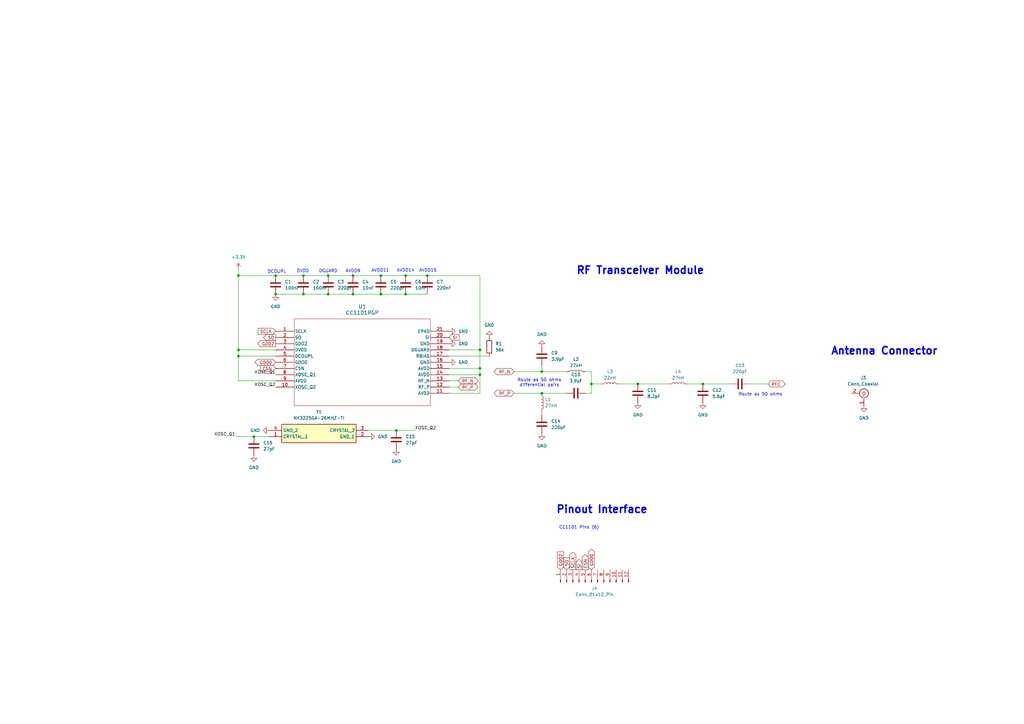
<source format=kicad_sch>
(kicad_sch (version 20250114) (generator "eeschema") (generator_version "9.0")
  (paper "A3")
  (lib_symbols
    (symbol "Connector:Conn_01x12_Pin" (pin_names (offset 1.016) (hide yes))
      (property "Reference" "J" (at 0 15.24 0))
      (property "Value" "Conn_01x12_Pin" (at 0 -17.78 0))
      (symbol "Conn_01x12_Pin_1_1"
        (rectangle (start 0.8636 12.827) (end 0 12.573) (stroke (width 0.1524)) (fill (type outline)))
        (rectangle (start 0.8636 10.287) (end 0 10.033) (stroke (width 0.1524)) (fill (type outline)))
        (rectangle (start 0.8636 7.747) (end 0 7.493) (stroke (width 0.1524)) (fill (type outline)))
        (rectangle (start 0.8636 5.207) (end 0 4.953) (stroke (width 0.1524)) (fill (type outline)))
        (rectangle (start 0.8636 2.667) (end 0 2.413) (stroke (width 0.1524)) (fill (type outline)))
        (rectangle (start 0.8636 0.127) (end 0 -0.127) (stroke (width 0.1524)) (fill (type outline)))
        (rectangle (start 0.8636 -2.413) (end 0 -2.667) (stroke (width 0.1524)) (fill (type outline)))
        (rectangle (start 0.8636 -4.953) (end 0 -5.207) (stroke (width 0.1524)) (fill (type outline)))
        (rectangle (start 0.8636 -7.493) (end 0 -7.747) (stroke (width 0.1524)) (fill (type outline)))
        (rectangle (start 0.8636 -10.033) (end 0 -10.287) (stroke (width 0.1524)) (fill (type outline)))
        (rectangle (start 0.8636 -12.573) (end 0 -12.827) (stroke (width 0.1524)) (fill (type outline)))
        (rectangle (start 0.8636 -15.113) (end 0 -15.367) (stroke (width 0.1524)) (fill (type outline)))
        (polyline (pts (xy 1.27 12.7) (xy 0.8636 12.7)) (stroke (width 0.1524)))
        (polyline (pts (xy 1.27 10.16) (xy 0.8636 10.16)) (stroke (width 0.1524)))
        (polyline (pts (xy 1.27 7.62) (xy 0.8636 7.62)) (stroke (width 0.1524)))
        (polyline (pts (xy 1.27 5.08) (xy 0.8636 5.08)) (stroke (width 0.1524)))
        (polyline (pts (xy 1.27 2.54) (xy 0.8636 2.54)) (stroke (width 0.1524)))
        (polyline (pts (xy 1.27 0) (xy 0.8636 0)) (stroke (width 0.1524)))
        (polyline (pts (xy 1.27 -2.54) (xy 0.8636 -2.54)) (stroke (width 0.1524)))
        (polyline (pts (xy 1.27 -5.08) (xy 0.8636 -5.08)) (stroke (width 0.1524)))
        (polyline (pts (xy 1.27 -7.62) (xy 0.8636 -7.62)) (stroke (width 0.1524)))
        (polyline (pts (xy 1.27 -10.16) (xy 0.8636 -10.16)) (stroke (width 0.1524)))
        (polyline (pts (xy 1.27 -12.7) (xy 0.8636 -12.7)) (stroke (width 0.1524)))
        (polyline (pts (xy 1.27 -15.24) (xy 0.8636 -15.24)) (stroke (width 0.1524)))
        (pin passive line (at 5.08 12.7 180) (length 3.81) (name "Pin_1") (number "1"))
        (pin passive line (at 5.08 10.16 180) (length 3.81) (name "Pin_2") (number "2"))
        (pin passive line (at 5.08 7.62 180) (length 3.81) (name "Pin_3") (number "3"))
        (pin passive line (at 5.08 5.08 180) (length 3.81) (name "Pin_4") (number "4"))
        (pin passive line (at 5.08 2.54 180) (length 3.81) (name "Pin_5") (number "5"))
        (pin passive line (at 5.08 0 180) (length 3.81) (name "Pin_6") (number "6"))
        (pin passive line (at 5.08 -2.54 180) (length 3.81) (name "Pin_7") (number "7"))
        (pin passive line (at 5.08 -5.08 180) (length 3.81) (name "Pin_8") (number "8"))
        (pin passive line (at 5.08 -7.62 180) (length 3.81) (name "Pin_9") (number "9"))
        (pin passive line (at 5.08 -10.16 180) (length 3.81) (name "Pin_10") (number "10"))
        (pin passive line (at 5.08 -12.7 180) (length 3.81) (name "Pin_11") (number "11"))
        (pin passive line (at 5.08 -15.24 180) (length 3.81) (name "Pin_12") (number "12"))
      )
    )
    (symbol "Connector:Conn_Coaxial" (pin_names (offset 1.016) (hide yes))
      (property "Reference" "J" (at 0.254 3.048 0))
      (property "Value" "Conn_Coaxial" (at 2.921 0 90))
      (symbol "Conn_Coaxial_0_1"
        (polyline (pts (xy -2.54 0) (xy -0.508 0)))
        (arc (start 1.778 0) (mid 0.222 -1.8079) (end -1.778 -0.508) (stroke (width 0.254)))
        (arc (start -1.778 0.508) (mid 0.2221 1.8084) (end 1.778 0) (stroke (width 0.254)))
        (circle (center 0 0) (radius 0.508) (stroke (width 0.2032)))
        (polyline (pts (xy 0 -2.54) (xy 0 -1.778)))
      )
      (symbol "Conn_Coaxial_1_1"
        (pin passive line (at -5.08 0 0) (length 2.54) (name "In") (number "1"))
        (pin passive line (at 0 -5.08 90) (length 2.54) (name "Ext") (number "2"))
      )
    )
    (symbol "Device:C" (pin_numbers (hide yes)) (pin_names (offset 0.254))
      (property "Reference" "C" (at 0.635 2.54 0))
      (property "Value" "C" (at 0.635 -2.54 0))
      (symbol "C_0_1"
        (polyline (pts (xy -2.032 0.762) (xy 2.032 0.762)) (stroke (width 0.508)))
        (polyline (pts (xy -2.032 -0.762) (xy 2.032 -0.762)) (stroke (width 0.508)))
      )
      (symbol "C_1_1"
        (pin passive line (at 0 3.81 270) (length 2.794) (name "~") (number "1"))
        (pin passive line (at 0 -3.81 90) (length 2.794) (name "~") (number "2"))
      )
    )
    (symbol "Device:L" (pin_numbers (hide yes)) (pin_names (offset 1.016) (hide yes))
      (property "Reference" "L" (at -1.27 0 90))
      (property "Value" "L" (at 1.905 0 90))
      (symbol "L_0_1"
        (arc (start 0 2.54) (mid 0.6323 1.905) (end 0 1.27))
        (arc (start 0 1.27) (mid 0.6323 0.635) (end 0 0))
        (arc (start 0 0) (mid 0.6323 -0.635) (end 0 -1.27))
        (arc (start 0 -1.27) (mid 0.6323 -1.905) (end 0 -2.54))
      )
      (symbol "L_1_1"
        (pin passive line (at 0 3.81 270) (length 1.27) (name "1") (number "1"))
        (pin passive line (at 0 -3.81 90) (length 1.27) (name "2") (number "2"))
      )
    )
    (symbol "Device:R" (pin_numbers (hide yes)) (pin_names (offset 0))
      (property "Reference" "R" (at 2.032 0 90))
      (property "Value" "R" (at 0 0 90))
      (symbol "R_0_1"
        (rectangle (start -1.016 -2.54) (end 1.016 2.54) (stroke (width 0.254)))
      )
      (symbol "R_1_1"
        (pin passive line (at 0 3.81 270) (length 1.27) (name "~") (number "1"))
        (pin passive line (at 0 -3.81 90) (length 1.27) (name "~") (number "2"))
      )
    )
    (symbol "comms-board-symbols:CC1101RGP" (pin_names (offset 0.254))
      (property "Reference" "U" (at 35.56 10.16 0))
      (property "Value" "CC1101RGP" (at 35.56 7.62 0))
      (symbol "CC1101RGP_0_1"
        (polyline (pts (xy 7.62 5.08) (xy 7.62 -30.48)) (stroke (width 0.127)))
        (polyline (pts (xy 7.62 -30.48) (xy 63.5 -30.48)) (stroke (width 0.127)))
        (polyline (pts (xy 63.5 5.08) (xy 7.62 5.08)) (stroke (width 0.127)))
        (polyline (pts (xy 63.5 -30.48) (xy 63.5 5.08)) (stroke (width 0.127)))
        (pin unspecified line (at 0 0 0) (length 7.62) (name "SCLK") (number "1"))
        (pin output line (at 0 -2.54 0) (length 7.62) (name "SO") (number "2"))
        (pin output line (at 0 -5.08 0) (length 7.62) (name "GDO2") (number "3"))
        (pin power_in line (at 0 -7.62 0) (length 7.62) (name "DVDD") (number "4"))
        (pin power_in line (at 0 -10.16 0) (length 7.62) (name "DCOUPL") (number "5"))
        (pin bidirectional line (at 0 -12.7 0) (length 7.62) (name "GDO0") (number "6"))
        (pin input line (at 0 -15.24 0) (length 7.62) (name "CSN") (number "7"))
        (pin bidirectional line (at 0 -17.78 0) (length 7.62) (name "XOSC_Q1") (number "8"))
        (pin power_in line (at 0 -20.32 0) (length 7.62) (name "AVDD") (number "9"))
        (pin bidirectional line (at 0 -22.86 0) (length 7.62) (name "XOSC_Q2") (number "10"))
        (pin power_in line (at 71.12 0 180) (length 7.62) (name "EPAD") (number "21"))
        (pin input line (at 71.12 -2.54 180) (length 7.62) (name "SI") (number "20"))
        (pin power_in line (at 71.12 -5.08 180) (length 7.62) (name "GND") (number "19"))
        (pin power_in line (at 71.12 -7.62 180) (length 7.62) (name "DGUARD") (number "18"))
        (pin bidirectional line (at 71.12 -10.16 180) (length 7.62) (name "RBIAS") (number "17"))
        (pin power_in line (at 71.12 -12.7 180) (length 7.62) (name "GND") (number "16"))
        (pin power_in line (at 71.12 -15.24 180) (length 7.62) (name "AVDD") (number "15"))
        (pin power_in line (at 71.12 -17.78 180) (length 7.62) (name "AVDD") (number "14"))
        (pin bidirectional line (at 71.12 -20.32 180) (length 7.62) (name "RF_N") (number "13"))
        (pin bidirectional line (at 71.12 -22.86 180) (length 7.62) (name "RF_P") (number "12"))
        (pin power_in line (at 71.12 -25.4 180) (length 7.62) (name "AVDD") (number "11"))
      )
    )
    (symbol "comms-board-symbols:NX3225GA-26MHZ-TI"
      (property "Reference" "Y" (at 36.83 7.62 0))
      (property "Value" "NX3225GA-26MHZ-TI" (at 36.83 5.08 0))
      (symbol "NX3225GA-26MHZ-TI_1_1"
        (rectangle (start 5.08 2.54) (end 35.56 -5.08) (stroke (width 0.254)) (fill (type background)))
        (pin passive line (at 0 0 0) (length 5.08) (name "GND_2") (number "4"))
        (pin passive line (at 0 -2.54 0) (length 5.08) (name "CRYSTAL_1") (number "1"))
        (pin passive line (at 40.64 0 180) (length 5.08) (name "CRYSTAL_2") (number "3"))
        (pin passive line (at 40.64 -2.54 180) (length 5.08) (name "GND_1") (number "2"))
      )
    )
    (symbol "power:+3.3V" (power) (pin_numbers (hide yes)) (pin_names (offset 0) (hide yes))
      (property "Value" "+3.3V" (at 0 3.556 0))
      (symbol "+3.3V_0_1"
        (polyline (pts (xy -0.762 1.27) (xy 0 2.54)))
        (polyline (pts (xy 0 2.54) (xy 0.762 1.27)))
        (polyline (pts (xy 0 0) (xy 0 2.54)))
      )
      (symbol "+3.3V_1_1"
        (pin power_in line (at 0 0 90) (length 0) (name "~") (number "1"))
      )
    )
    (symbol "power:GND" (power) (pin_numbers (hide yes)) (pin_names (offset 0) (hide yes))
      (property "Value" "GND" (at 0 -3.81 0))
      (symbol "GND_0_1"
        (polyline (pts (xy 0 0) (xy 0 -1.27) (xy 1.27 -1.27) (xy 0 -2.54) (xy -1.27 -1.27) (xy 0 -1.27)))
      )
      (symbol "GND_1_1"
        (pin power_in line (at 0 0 270) (length 0) (name "~") (number "1"))
      )
    )
  )
  (text "Antenna Connector" (at 362.712 144.018 0) (effects (font (size 3.048 3.048) (thickness 0.6096) (bold yes))))
  (text "AVDD14" (at 166.37 110.998 0) (effects (font (size 1.27 1.27))))
  (text "DCOUPL" (at 113.538 111.506 0) (effects (font (size 1.27 1.27))))
  (text "RF Transceiver Module" (at 262.636 110.998 0) (effects (font (size 3.048 3.048) (thickness 0.6096) (bold yes))))
  (text "Route as 50 ohms\ndifferential pairs" (at 221.234 156.972 0) (effects (font (size 1.27 1.27))))
  (text "Pinout Interface" (at 246.888 209.042 0) (effects (font (size 3.048 3.048) (thickness 0.6096) (bold yes))))
  (text "DVDD\n" (at 124.206 111.252 0) (effects (font (size 1.27 1.27))))
  (text "CC1101 Pins (6)" (at 237.49 216.408 0) (effects (font (size 1.27 1.27))))
  (text "AVDD11\n" (at 155.956 110.998 0) (effects (font (size 1.27 1.27))))
  (text "AVDD9" (at 144.78 111.252 0) (effects (font (size 1.27 1.27))))
  (text "AVDD15" (at 175.514 110.998 0) (effects (font (size 1.27 1.27))))
  (text "Route as 50 ohms\n" (at 311.912 161.798 0) (effects (font (size 1.27 1.27))))
  (text "DGUARD\n" (at 134.62 111.252 0) (effects (font (size 1.27 1.27))))
  (junction (at 166.37 120.65))
  (junction (at 113.03 113.03))
  (junction (at 288.29 157.48))
  (junction (at 222.25 161.29))
  (junction (at 156.21 120.65))
  (junction (at 144.78 113.03))
  (junction (at 175.26 113.03))
  (junction (at 242.57 157.48))
  (junction (at 144.78 120.65))
  (junction (at 104.14 179.07))
  (junction (at 97.79 143.51))
  (junction (at 124.46 120.65))
  (junction (at 97.79 113.03))
  (junction (at 156.21 113.03))
  (junction (at 162.56 176.53))
  (junction (at 196.85 151.13))
  (junction (at 124.46 113.03))
  (junction (at 134.62 113.03))
  (junction (at 196.85 153.67))
  (junction (at 166.37 113.03))
  (junction (at 196.85 143.51))
  (junction (at 134.62 120.65))
  (junction (at 113.03 120.65))
  (junction (at 261.62 157.48))
  (junction (at 222.25 152.4))
  (junction (at 97.79 146.05))
  (wire (pts (xy 166.37 113.03) (xy 175.26 113.03)))
  (wire (pts (xy 254 157.48) (xy 261.62 157.48)))
  (wire (pts (xy 184.15 143.51) (xy 196.85 143.51)))
  (wire (pts (xy 166.37 120.65) (xy 175.26 120.65)))
  (wire (pts (xy 242.57 152.4) (xy 240.03 152.4)))
  (wire (pts (xy 196.85 151.13) (xy 196.85 143.51)))
  (wire (pts (xy 113.03 113.03) (xy 124.46 113.03)))
  (wire (pts (xy 210.82 152.4) (xy 222.25 152.4)))
  (wire (pts (xy 104.14 179.07) (xy 110.49 179.07)))
  (wire (pts (xy 134.62 120.65) (xy 144.78 120.65)))
  (wire (pts (xy 184.15 153.67) (xy 196.85 153.67)))
  (wire (pts (xy 144.78 120.65) (xy 156.21 120.65)))
  (wire (pts (xy 288.29 157.48) (xy 299.72 157.48)))
  (wire (pts (xy 97.79 146.05) (xy 97.79 143.51)))
  (wire (pts (xy 242.57 161.29) (xy 240.03 161.29)))
  (wire (pts (xy 97.79 110.49) (xy 97.79 113.03)))
  (wire (pts (xy 242.57 157.48) (xy 246.38 157.48)))
  (wire (pts (xy 184.15 156.21) (xy 187.96 156.21)))
  (wire (pts (xy 222.25 161.29) (xy 232.41 161.29)))
  (wire (pts (xy 151.13 176.53) (xy 162.56 176.53)))
  (wire (pts (xy 156.21 113.03) (xy 166.37 113.03)))
  (wire (pts (xy 222.25 152.4) (xy 232.41 152.4)))
  (wire (pts (xy 184.15 146.05) (xy 200.66 146.05)))
  (wire (pts (xy 134.62 113.03) (xy 144.78 113.03)))
  (wire (pts (xy 113.03 113.03) (xy 97.79 113.03)))
  (wire (pts (xy 281.94 157.48) (xy 288.29 157.48)))
  (wire (pts (xy 124.46 113.03) (xy 134.62 113.03)))
  (wire (pts (xy 196.85 153.67) (xy 196.85 151.13)))
  (wire (pts (xy 222.25 168.91) (xy 222.25 170.18)))
  (wire (pts (xy 307.34 157.48) (xy 314.96 157.48)))
  (wire (pts (xy 113.03 146.05) (xy 97.79 146.05)))
  (wire (pts (xy 97.79 113.03) (xy 97.79 143.51)))
  (wire (pts (xy 97.79 156.21) (xy 97.79 146.05)))
  (wire (pts (xy 144.78 113.03) (xy 156.21 113.03)))
  (wire (pts (xy 184.15 151.13) (xy 196.85 151.13)))
  (wire (pts (xy 196.85 161.29) (xy 196.85 153.67)))
  (wire (pts (xy 184.15 158.75) (xy 187.96 158.75)))
  (wire (pts (xy 242.57 152.4) (xy 242.57 157.48)))
  (wire (pts (xy 97.79 143.51) (xy 113.03 143.51)))
  (wire (pts (xy 222.25 149.86) (xy 222.25 152.4)))
  (wire (pts (xy 175.26 113.03) (xy 196.85 113.03)))
  (wire (pts (xy 184.15 161.29) (xy 196.85 161.29)))
  (wire (pts (xy 261.62 157.48) (xy 274.32 157.48)))
  (wire (pts (xy 113.03 156.21) (xy 97.79 156.21)))
  (wire (pts (xy 242.57 157.48) (xy 242.57 161.29)))
  (wire (pts (xy 162.56 176.53) (xy 170.18 176.53)))
  (wire (pts (xy 156.21 120.65) (xy 166.37 120.65)))
  (wire (pts (xy 222.25 161.29) (xy 210.82 161.29)))
  (wire (pts (xy 96.52 179.07) (xy 104.14 179.07)))
  (wire (pts (xy 124.46 120.65) (xy 134.62 120.65)))
  (wire (pts (xy 196.85 143.51) (xy 196.85 113.03)))
  (wire (pts (xy 113.03 120.65) (xy 124.46 120.65)))
  (label "XOSC_Q2" (at 113.03 158.75 180))
  (label "XOSC_Q2" (at 170.18 176.53 0))
  (label "XOSC_Q1" (at 96.52 179.07 180))
  (label "XOSC_Q1" (at 113.03 153.67 180))
  (global_label "GD02" (shape output) (at 113.03 140.97 180) (property "Intersheetrefs" "${INTERSHEET_REFS}" (effects (hide yes))))
  (global_label "SCLK" (shape output) (at 234.95 233.68 90) (property "Intersheetrefs" "${INTERSHEET_REFS}" (effects (hide yes))))
  (global_label "SI" (shape input) (at 184.15 138.43 0) (property "Intersheetrefs" "${INTERSHEET_REFS}" (effects (hide yes))))
  (global_label "GD00" (shape bidirectional) (at 242.57 233.68 90) (property "Intersheetrefs" "${INTERSHEET_REFS}" (effects (hide yes))))
  (global_label "RF_N" (shape bidirectional) (at 187.96 156.21 0) (property "Intersheetrefs" "${INTERSHEET_REFS}" (effects (hide yes))))
  (global_label "SCLK" (shape input) (at 113.03 135.89 180) (property "Intersheetrefs" "${INTERSHEET_REFS}" (effects (hide yes))))
  (global_label "SI" (shape output) (at 237.49 233.68 90) (property "Intersheetrefs" "${INTERSHEET_REFS}" (effects (hide yes))))
  (global_label "SO" (shape input) (at 232.41 233.68 90) (property "Intersheetrefs" "${INTERSHEET_REFS}" (effects (hide yes))))
  (global_label "RF_P" (shape bidirectional) (at 187.96 158.75 0) (property "Intersheetrefs" "${INTERSHEET_REFS}" (effects (hide yes))))
  (global_label "CSN" (shape output) (at 240.03 233.68 90) (property "Intersheetrefs" "${INTERSHEET_REFS}" (effects (hide yes))))
  (global_label "RFC" (shape bidirectional) (at 314.96 157.48 0) (property "Intersheetrefs" "${INTERSHEET_REFS}" (effects (hide yes))))
  (global_label "GD00" (shape bidirectional) (at 113.03 148.59 180) (property "Intersheetrefs" "${INTERSHEET_REFS}" (effects (hide yes))))
  (global_label "SO" (shape output) (at 113.03 138.43 180) (property "Intersheetrefs" "${INTERSHEET_REFS}" (effects (hide yes))))
  (global_label "GD02" (shape input) (at 229.87 233.68 90) (property "Intersheetrefs" "${INTERSHEET_REFS}" (effects (hide yes))))
  (global_label "RF_P" (shape bidirectional) (at 210.82 161.29 180) (property "Intersheetrefs" "${INTERSHEET_REFS}" (effects (hide yes))))
  (global_label "RF_N" (shape bidirectional) (at 210.82 152.4 180) (property "Intersheetrefs" "${INTERSHEET_REFS}" (effects (hide yes))))
  (global_label "CSN" (shape input) (at 113.03 151.13 180) (property "Intersheetrefs" "${INTERSHEET_REFS}" (effects (hide yes))))
  (symbol (lib_id "power:GND") (at 184.15 140.97 90) (unit 1)
    (property "Reference" "#PWR016" (effects (hide yes)))
    (property "Value" "GND" (at 187.96 140.9699 90) (effects (justify right)))
    (property "Description" "Power symbol creates a global label with name \"GND\" , ground" (effects (hide yes)))
  )
  (symbol (lib_id "comms-board-symbols:NX3225GA-26MHZ-TI") (at 110.49 176.53 0) (unit 1)
    (property "Reference" "Y1" (at 130.81 168.91 0))
    (property "Value" "NX3225GA-26MHZ-TI" (at 130.81 171.45 0))
    (property "Footprint" "comms-board-footprints:NX3225GA26MHZTI" (effects (hide yes)))
    (property "Description" "Crystals CRYSTAL 26MHZ 10PF SMD" (effects (hide yes)))
    (property "Height" "0.9" (effects (hide yes)))
    (property "Mouser Part Number" "344-NX3225GA26MHZTI" (effects (hide yes)))
    (property "Mouser Price/Stock" "https://www.mouser.co.uk/ProductDetail/NDK/NX3225GA-26MHZ-TI?qs=w%2Fv1CP2dgqod1NyyUET1gg%3D%3D" (effects (hide yes)))
    (property "Manufacturer_Name" "NDK" (effects (hide yes)))
    (property "Manufacturer_Part_Number" "NX3225GA-26MHZ-TI" (effects (hide yes)))
  )
  (symbol (lib_id "Device:C") (at 134.62 116.84 0) (unit 1)
    (property "Reference" "C3" (at 138.43 115.5699 0) (effects (justify left)))
    (property "Value" "220pF" (at 138.43 118.1099 0) (effects (justify left)))
    (property "Footprint" "comms-board-footprints-passives:G-188_MUR-L-100nF-GRM188" (effects (hide yes)))
    (property "Datasheet" "https://www.lcsc.com/datasheet/C126556.pdf" (effects (hide yes)))
    (property "Description" "Unpolarized capacitor" (effects (hide yes)))
    (property "LCSC Part #" "C126556" (effects (hide yes)))
    (property "Vendor" "LCSC" (effects (hide yes)))
    (property "Manufacturer_Name" "Murata Electronics" (effects (hide yes)))
    (property "Manufacturer_Part_Number" "GCM1885C1H221JA16D" (effects (hide yes)))
  )
  (symbol (lib_id "Device:C") (at 156.21 116.84 0) (unit 1)
    (property "Reference" "C5" (at 160.02 115.5699 0) (effects (justify left)))
    (property "Value" "220pF" (at 160.02 118.1099 0) (effects (justify left)))
    (property "Footprint" "comms-board-footprints-passives:G-188_MUR-L-100nF-GRM188" (effects (hide yes)))
    (property "Datasheet" "https://www.lcsc.com/datasheet/C126556.pdf" (effects (hide yes)))
    (property "Description" "Unpolarized capacitor" (effects (hide yes)))
    (property "LCSC Part #" "C126556" (effects (hide yes)))
    (property "Vendor" "LCSC" (effects (hide yes)))
    (property "Manufacturer_Name" "Murata Electronics" (effects (hide yes)))
    (property "Manufacturer_Part_Number" "GCM1885C1H221JA16D" (effects (hide yes)))
  )
  (symbol (lib_id "Device:C") (at 104.14 182.88 180) (unit 1)
    (property "Reference" "C16" (at 107.95 181.6099 0) (effects (justify right)))
    (property "Value" "27pF" (at 107.95 184.1499 0) (effects (justify right)))
    (property "Footprint" "comms-board-footprints-passives:G-188_MUR-L-100nF-GRM188" (effects (hide yes)))
    (property "Datasheet" "https://www.lcsc.com/datasheet/C909846.pdf" (effects (hide yes)))
    (property "Description" "Unpolarized capacitor" (effects (hide yes)))
    (property "LCSC Part #" "C909846" (effects (hide yes)))
    (property "Vendor" "LCSC" (effects (hide yes)))
    (property "Manufacturer_Name" "Murata Electronics" (effects (hide yes)))
    (property "Manufacturer_Part_Number" "GCM1885C2A270JA16D " (effects (hide yes)))
  )
  (symbol (lib_id "power:GND") (at 151.13 179.07 90) (unit 1)
    (property "Reference" "#PWR013" (effects (hide yes)))
    (property "Value" "GND" (at 154.94 179.0699 90) (effects (justify right)))
    (property "Description" "Power symbol creates a global label with name \"GND\" , ground" (effects (hide yes)))
  )
  (symbol (lib_id "Device:C") (at 175.26 116.84 0) (unit 1)
    (property "Reference" "C7" (at 179.07 115.5699 0) (effects (justify left)))
    (property "Value" "220nF" (at 179.07 118.1099 0) (effects (justify left)))
    (property "Footprint" "comms-board-footprints-passives:G-188_MUR-L-100nF-GRM188" (effects (hide yes)))
    (property "Datasheet" "https://www.lcsc.com/datasheet/C77051.pdf" (effects (hide yes)))
    (property "Description" "Unpolarized capacitor" (effects (hide yes)))
    (property "LCSC Part #" "C77051" (effects (hide yes)))
    (property "Vendor" "LCSC" (effects (hide yes)))
    (property "Manufacturer_Name" "Murata Electronics" (effects (hide yes)))
    (property "Manufacturer_Part_Number" "GRM188R71E224KA88D" (effects (hide yes)))
  )
  (symbol (lib_id "power:GND") (at 113.03 120.65 0) (unit 1)
    (property "Reference" "#PWR02" (effects (hide yes)))
    (property "Value" "GND" (at 113.03 125.73 0))
    (property "Description" "Power symbol creates a global label with name \"GND\" , ground" (effects (hide yes)))
  )
  (symbol (lib_id "power:GND") (at 184.15 135.89 90) (unit 1)
    (property "Reference" "#PWR015" (effects (hide yes)))
    (property "Value" "GND" (at 187.96 135.8899 90) (effects (justify right)))
    (property "Description" "Power symbol creates a global label with name \"GND\" , ground" (effects (hide yes)))
  )
  (symbol (lib_id "Device:C") (at 303.53 157.48 270) (unit 1)
    (property "Reference" "C13" (at 303.53 149.86 90))
    (property "Value" "220pF" (at 303.53 152.4 90))
    (property "Footprint" "comms-board-footprints-passives:G-188_MUR-L-100nF-GRM188" (effects (hide yes)))
    (property "Datasheet" "https://www.lcsc.com/datasheet/C126556.pdf" (effects (hide yes)))
    (property "Description" "Unpolarized capacitor" (effects (hide yes)))
    (property "LCSC Part #" "C126556" (effects (hide yes)))
    (property "Vendor" "LCSC" (effects (hide yes)))
    (property "Manufacturer_Name" "Murata Electronics" (effects (hide yes)))
    (property "Manufacturer_Part_Number" "GCM1885C1H221JA16D" (effects (hide yes)))
  )
  (symbol (lib_id "Device:C") (at 166.37 116.84 0) (unit 1)
    (property "Reference" "C6" (at 170.18 115.5699 0) (effects (justify left)))
    (property "Value" "10nF" (at 170.18 118.1099 0) (effects (justify left)))
    (property "Footprint" "comms-board-footprints-passives:G-188_MUR-L-100nF-GRM188" (effects (hide yes)))
    (property "Datasheet" "https://www.lcsc.com/datasheet/C162275.pdf" (effects (hide yes)))
    (property "Description" "Unpolarized capacitor" (effects (hide yes)))
    (property "LCSC Part #" "C162275" (effects (hide yes)))
    (property "Vendor" "LCSC" (effects (hide yes)))
    (property "Manufacturer_Name" "Murata Electronics" (effects (hide yes)))
    (property "Manufacturer_Part_Number" "GRM188R72A103KA01D" (effects (hide yes)))
  )
  (symbol (lib_id "power:GND") (at 222.25 142.24 180) (unit 1)
    (property "Reference" "#PWR04" (effects (hide yes)))
    (property "Value" "GND" (at 222.25 137.16 0))
    (property "Description" "Power symbol creates a global label with name \"GND\" , ground" (effects (hide yes)))
  )
  (symbol (lib_id "Connector:Conn_Coaxial") (at 354.33 161.29 270) (mirror x) (unit 1)
    (property "Reference" "J3" (at 354.0368 154.94 90))
    (property "Value" "Conn_Coaxial" (at 354.0368 157.48 90))
    (property "Footprint" "Connector_Coaxial:SMA_Amphenol_132134-11_Vertical" (effects (hide yes)))
    (property "Datasheet" "https://s3-us-west-2.amazonaws.com/catsy.582/C132134.pdf" (effects (hide yes)))
    (property "Description" "coaxial connector (BNC, SMA, SMB, SMC, Cinch/RCA, LEMO, ...)" (effects (hide yes)))
    (property "LCSC Part #" "C3174425" (effects (hide yes)))
    (property "Vendor" "LCSC" (effects (hide yes)))
    (property "Manufacturer_Name" "Amphenol RF" (effects (hide yes)))
    (property "Manufacturer_Part_Number" "132134" (effects (hide yes)))
  )
  (symbol (lib_id "Device:L") (at 278.13 157.48 90) (unit 1)
    (property "Reference" "L4" (at 278.13 152.4 90))
    (property "Value" "27nH" (at 278.13 154.94 90))
    (property "Footprint" "comms-board-footprints-passives:INDC1005X55N" (effects (hide yes)))
    (property "Datasheet" "https://search.murata.co.jp/Ceramy/image/img/P02/JELF243B-0010.pdf" (effects (hide yes)))
    (property "Description" "Inductor" (effects (hide yes)))
    (property "LCSC Part #" "C86065" (effects (hide yes)))
    (property "Vendor" "LCSC" (effects (hide yes)))
    (property "Manufacturer_Name" "Murata Electronics" (effects (hide yes)))
    (property "Manufacturer_Part_Number" "LQG15HS4N7S02D" (effects (hide yes)))
  )
  (symbol (lib_id "power:GND") (at 200.66 138.43 180) (unit 1)
    (property "Reference" "#PWR03" (effects (hide yes)))
    (property "Value" "GND" (at 200.66 133.35 0))
    (property "Description" "Power symbol creates a global label with name \"GND\" , ground" (effects (hide yes)))
  )
  (symbol (lib_id "Device:L") (at 250.19 157.48 90) (unit 1)
    (property "Reference" "L3" (at 250.19 152.4 90))
    (property "Value" "22nH" (at 250.19 154.94 90))
    (property "Footprint" "comms-board-footprints-passives:INDC1005X55N" (effects (hide yes)))
    (property "Datasheet" "https://search.murata.co.jp/Ceramy/image/img/P02/JELF243B-0010.pdf" (effects (hide yes)))
    (property "Description" "Inductor" (effects (hide yes)))
    (property "LCSC Part #" "C12670" (effects (hide yes)))
    (property "Vendor" "LCSC" (effects (hide yes)))
    (property "Manufacturer_Name" "Murata Electronics" (effects (hide yes)))
    (property "Manufacturer_Part_Number" "LQG15HS22NJ02D" (effects (hide yes)))
  )
  (symbol (lib_id "power:+3.3V") (at 97.79 110.49 0) (unit 1)
    (property "Reference" "#PWR01" (effects (hide yes)))
    (property "Value" "+3.3V" (at 97.79 105.41 0))
    (property "Description" "Power symbol creates a global label with name \"+3.3V\"" (effects (hide yes)))
  )
  (symbol (lib_id "Device:R") (at 200.66 142.24 180) (unit 1)
    (property "Reference" "R1" (at 203.2 140.9699 0) (effects (justify right)))
    (property "Value" "56k" (at 203.2 143.5099 0) (effects (justify right)))
    (property "Footprint" "comms-board-footprints-passives:RESC2012X60N" (effects (hide yes)))
    (property "Datasheet" "https://www.lcsc.com/datasheet/C137509.pdf" (effects (hide yes)))
    (property "Description" "Resistor" (effects (hide yes)))
    (property "LCSC Part #" "C137509" (effects (hide yes)))
    (property "Vendor" "LCSC" (effects (hide yes)))
    (property "Manufacturer_Name" "YAGEO" (effects (hide yes)))
    (property "Manufacturer_Part_Number" "YAGEO RC0805FR-0756KL" (effects (hide yes)))
  )
  (symbol (lib_id "Device:C") (at 113.03 116.84 0) (unit 1)
    (property "Reference" "C1" (at 116.84 115.5699 0) (effects (justify left)))
    (property "Value" "100nF" (at 116.84 118.1099 0) (effects (justify left)))
    (property "Footprint" "comms-board-footprints-passives:G-188_MUR-L-100nF-GRM188" (effects (hide yes)))
    (property "Datasheet" "https://search.murata.co.jp/Ceramy/image/img/A01X/G101/ENG/GRM188R72A104KA35-01.pdf" (effects (hide yes)))
    (property "Description" "Unpolarized capacitor" (effects (hide yes)))
    (property "LCSC Part #" "C77058" (effects (hide yes)))
    (property "Manufacturer_Name" "Murata Electronics" (effects (hide yes)))
    (property "Manufacturer_Part_Number" "GRM188R72A104KA35D" (effects (hide yes)))
    (property "Vendor" "LCSC" (effects (hide yes)))
  )
  (symbol (lib_id "power:GND") (at 261.62 165.1 0) (unit 1)
    (property "Reference" "#PWR06" (effects (hide yes)))
    (property "Value" "GND" (at 261.62 170.18 0))
    (property "Description" "Power symbol creates a global label with name \"GND\" , ground" (effects (hide yes)))
  )
  (symbol (lib_id "Device:L") (at 236.22 152.4 90) (unit 1)
    (property "Reference" "L2" (at 236.22 147.32 90))
    (property "Value" "27nH" (at 236.22 149.86 90))
    (property "Footprint" "comms-board-footprints-passives:INDC1005X55N" (effects (hide yes)))
    (property "Datasheet" "https://search.murata.co.jp/Ceramy/image/img/P02/JELF243B-0010.pdf" (effects (hide yes)))
    (property "Description" "Inductor" (effects (hide yes)))
    (property "LCSC Part #" "C86065" (effects (hide yes)))
    (property "Vendor" "LCSC" (effects (hide yes)))
    (property "Manufacturer_Name" "Murata Electronics" (effects (hide yes)))
    (property "Manufacturer_Part_Number" "LQG15HS4N7S02D" (effects (hide yes)))
  )
  (symbol (lib_id "power:GND") (at 104.14 186.69 0) (unit 1)
    (property "Reference" "#PWR011" (effects (hide yes)))
    (property "Value" "GND" (at 104.14 191.77 0))
    (property "Description" "Power symbol creates a global label with name \"GND\" , ground" (effects (hide yes)))
  )
  (symbol (lib_id "Device:C") (at 288.29 161.29 180) (unit 1)
    (property "Reference" "C12" (at 292.1 160.0199 0) (effects (justify right)))
    (property "Value" "5.6pF" (at 292.1 162.5599 0) (effects (justify right)))
    (property "Footprint" "comms-board-footprints-passives:G-188_MUR-L-100nF-GRM188" (effects (hide yes)))
    (property "Datasheet" "https://www.lcsc.com/datasheet/C2297617.pdf" (effects (hide yes)))
    (property "Description" "Unpolarized capacitor" (effects (hide yes)))
    (property "LCSC Part #" "C2297617" (effects (hide yes)))
    (property "Vendor" "LCSC" (effects (hide yes)))
    (property "Manufacturer_Name" "Murata Electronics" (effects (hide yes)))
    (property "Manufacturer_Part_Number" "GQM1875C2E5R6BB12D " (effects (hide yes)))
  )
  (symbol (lib_id "power:GND") (at 222.25 177.8 0) (unit 1)
    (property "Reference" "#PWR05" (effects (hide yes)))
    (property "Value" "GND" (at 222.25 182.88 0))
    (property "Description" "Power symbol creates a global label with name \"GND\" , ground" (effects (hide yes)))
  )
  (symbol (lib_id "Device:C") (at 144.78 116.84 0) (unit 1)
    (property "Reference" "C4" (at 148.59 115.5699 0) (effects (justify left)))
    (property "Value" "10nF" (at 148.59 118.1099 0) (effects (justify left)))
    (property "Footprint" "comms-board-footprints-passives:G-188_MUR-L-100nF-GRM188" (effects (hide yes)))
    (property "Datasheet" "https://www.lcsc.com/datasheet/C162275.pdf" (effects (hide yes)))
    (property "Description" "Unpolarized capacitor" (effects (hide yes)))
    (property "LCSC Part #" "C162275" (effects (hide yes)))
    (property "Vendor" "LCSC" (effects (hide yes)))
    (property "Manufacturer_Name" "Murata Electronics" (effects (hide yes)))
    (property "Manufacturer_Part_Number" "GRM188R72A103KA01D" (effects (hide yes)))
  )
  (symbol (lib_id "power:GND") (at 354.33 166.37 0) (mirror y) (unit 1)
    (property "Reference" "#PWR052" (effects (hide yes)))
    (property "Value" "GND" (at 354.33 171.45 0))
    (property "Description" "Power symbol creates a global label with name \"GND\" , ground" (effects (hide yes)))
  )
  (symbol (lib_id "Device:C") (at 222.25 173.99 180) (unit 1)
    (property "Reference" "C14" (at 226.06 172.7199 0) (effects (justify right)))
    (property "Value" "220pF" (at 226.06 175.2599 0) (effects (justify right)))
    (property "Footprint" "comms-board-footprints-passives:G-188_MUR-L-100nF-GRM188" (effects (hide yes)))
    (property "Datasheet" "https://www.lcsc.com/datasheet/C126556.pdf" (effects (hide yes)))
    (property "Description" "Unpolarized capacitor" (effects (hide yes)))
    (property "LCSC Part #" "C126556" (effects (hide yes)))
    (property "Vendor" "LCSC" (effects (hide yes)))
    (property "Manufacturer_Name" "Murata Electronics" (effects (hide yes)))
    (property "Manufacturer_Part_Number" "GCM1885C1H221JA16D" (effects (hide yes)))
  )
  (symbol (lib_id "power:GND") (at 110.49 176.53 270) (unit 1)
    (property "Reference" "#PWR014" (effects (hide yes)))
    (property "Value" "GND" (at 106.68 176.5299 90) (effects (justify right)))
    (property "Description" "Power symbol creates a global label with name \"GND\" , ground" (effects (hide yes)))
  )
  (symbol (lib_id "Device:C") (at 236.22 161.29 90) (unit 1)
    (property "Reference" "C10" (at 236.22 153.67 90))
    (property "Value" "3.9pF" (at 236.22 156.21 90))
    (property "Footprint" "comms-board-footprints-passives:CAP_600S0R1AT250XT_ATC" (effects (hide yes)))
    (property "Datasheet" "https://datasheets.kyocera-avx.com/600S.pdf" (effects (hide yes)))
    (property "Description" "Unpolarized capacitor" (effects (hide yes)))
    (property "LCSC Part #" "C3849659" (effects (hide yes)))
    (property "Vendor" "LCSC" (effects (hide yes)))
    (property "Manufacturer_Name" "Kyocera AVX" (effects (hide yes)))
    (property "Manufacturer_Part_Number" "Kyocera AVX 600S3R9BT250XT" (effects (hide yes)))
  )
  (symbol (lib_id "Device:C") (at 261.62 161.29 180) (unit 1)
    (property "Reference" "C11" (at 265.43 160.0199 0) (effects (justify right)))
    (property "Value" "8.2pF" (at 265.43 162.5599 0) (effects (justify right)))
    (property "Footprint" "comms-board-footprints-passives:G-188_MUR-L-100nF-GRM188" (effects (hide yes)))
    (property "Datasheet" "https://www.lcsc.com/datasheet/C3874850.pdf" (effects (hide yes)))
    (property "Description" "Unpolarized capacitor" (effects (hide yes)))
    (property "LCSC Part #" "C3874850" (effects (hide yes)))
    (property "Vendor" "LCSC" (effects (hide yes)))
    (property "Manufacturer_Name" "Murata Electronics" (effects (hide yes)))
    (property "Manufacturer_Part_Number" "GQM1875C2E8R2CB12D " (effects (hide yes)))
  )
  (symbol (lib_id "Device:C") (at 162.56 180.34 180) (unit 1)
    (property "Reference" "C15" (at 166.37 179.0699 0) (effects (justify right)))
    (property "Value" "27pF" (at 166.37 181.6099 0) (effects (justify right)))
    (property "Footprint" "comms-board-footprints-passives:G-188_MUR-L-100nF-GRM188" (effects (hide yes)))
    (property "Datasheet" "https://www.lcsc.com/datasheet/C909846.pdf" (effects (hide yes)))
    (property "Description" "Unpolarized capacitor" (effects (hide yes)))
    (property "LCSC Part #" "C909846" (effects (hide yes)))
    (property "Vendor" "LCSC" (effects (hide yes)))
    (property "Manufacturer_Name" "Murata Electronics" (effects (hide yes)))
    (property "Manufacturer_Part_Number" "GCM1885C2A270JA16D " (effects (hide yes)))
  )
  (symbol (lib_id "Device:C") (at 124.46 116.84 0) (unit 1)
    (property "Reference" "C2" (at 128.27 115.5699 0) (effects (justify left)))
    (property "Value" "100nF" (at 128.27 118.1099 0) (effects (justify left)))
    (property "Footprint" "comms-board-footprints-passives:G-188_MUR-L-100nF-GRM188" (effects (hide yes)))
    (property "Datasheet" "https://search.murata.co.jp/Ceramy/image/img/A01X/G101/ENG/GRM188R72A104KA35-01.pdf" (effects (hide yes)))
    (property "Description" "Unpolarized capacitor" (effects (hide yes)))
    (property "LCSC Part #" "C77058" (effects (hide yes)))
    (property "Manufacturer_Name" "Murata Electronics" (effects (hide yes)))
    (property "Manufacturer_Part_Number" "GRM188R72A104KA35D" (effects (hide yes)))
    (property "Vendor" "LCSC" (effects (hide yes)))
  )
  (symbol (lib_id "Device:L") (at 222.25 165.1 0) (unit 1)
    (property "Reference" "L1" (at 223.52 163.8299 0) (effects (justify left)))
    (property "Value" "27nH" (at 223.52 166.3699 0) (effects (justify left)))
    (property "Footprint" "comms-board-footprints-passives:INDC1005X55N" (effects (hide yes)))
    (property "Datasheet" "https://search.murata.co.jp/Ceramy/image/img/P02/JELF243B-0010.pdf" (effects (hide yes)))
    (property "Description" "Inductor" (effects (hide yes)))
    (property "LCSC Part #" "C86065" (effects (hide yes)))
    (property "Vendor" "LCSC" (effects (hide yes)))
    (property "Manufacturer_Name" "Murata Electronics" (effects (hide yes)))
    (property "Manufacturer_Part_Number" "LQG15HS4N7S02D" (effects (hide yes)))
  )
  (symbol (lib_id "power:GND") (at 288.29 165.1 0) (unit 1)
    (property "Reference" "#PWR07" (effects (hide yes)))
    (property "Value" "GND" (at 288.29 170.18 0))
    (property "Description" "Power symbol creates a global label with name \"GND\" , ground" (effects (hide yes)))
  )
  (symbol (lib_id "power:GND") (at 162.56 184.15 0) (unit 1)
    (property "Reference" "#PWR012" (effects (hide yes)))
    (property "Value" "GND" (at 162.56 189.23 0))
    (property "Description" "Power symbol creates a global label with name \"GND\" , ground" (effects (hide yes)))
  )
  (symbol (lib_id "comms-board-symbols:CC1101RGP") (at 113.03 135.89 0) (unit 1)
    (property "Reference" "U1" (at 148.59 125.73 0) (effects (font (size 1.524 1.524))))
    (property "Value" "CC1101RGP" (at 148.59 128.27 0) (effects (font (size 1.524 1.524))))
    (property "Footprint" "comms-board-footprints:RGP20_2P4X2P4" (effects (hide yes)))
    (property "Datasheet" "https://www.ti.com/lit/gpn/cc1101" (effects (hide yes)))
  )
  (symbol (lib_id "Connector:Conn_01x12_Pin") (at 242.57 238.76 90) (unit 1) (in_bom no)
    (property "Reference" "J4" (at 243.84 241.3 90))
    (property "Value" "Conn_01x12_Pin" (at 243.84 243.84 90))
    (property "Footprint" "Connector_PinSocket_2.54mm:PinSocket_1x12_P2.54mm_Vertical" (effects (hide yes)))
    (property "Description" "Generic connector, single row, 01x12, script generated" (effects (hide yes)))
  )
  (symbol (lib_id "power:GND") (at 184.15 148.59 90) (unit 1)
    (property "Reference" "#PWR017" (effects (hide yes)))
    (property "Value" "GND" (at 187.96 148.5899 90) (effects (justify right)))
    (property "Description" "Power symbol creates a global label with name \"GND\" , ground" (effects (hide yes)))
  )
  (symbol (lib_id "Device:C") (at 222.25 146.05 0) (unit 1)
    (property "Reference" "C9" (at 226.06 144.7799 0) (effects (justify left)))
    (property "Value" "3.9pF" (at 226.06 147.3199 0) (effects (justify left)))
    (property "Footprint" "comms-board-footprints-passives:CAP_600S0R1AT250XT_ATC" (effects (hide yes)))
    (property "Datasheet" "https://datasheets.kyocera-avx.com/600S.pdf" (effects (hide yes)))
    (property "Description" "Unpolarized capacitor" (effects (hide yes)))
    (property "LCSC Part #" "C3849659" (effects (hide yes)))
    (property "Vendor" "LCSC" (effects (hide yes)))
    (property "Manufacturer_Name" "Kyocera AVX" (effects (hide yes)))
    (property "Manufacturer_Part_Number" "Kyocera AVX 600S3R9BT250XT" (effects (hide yes)))
  )
)
</source>
